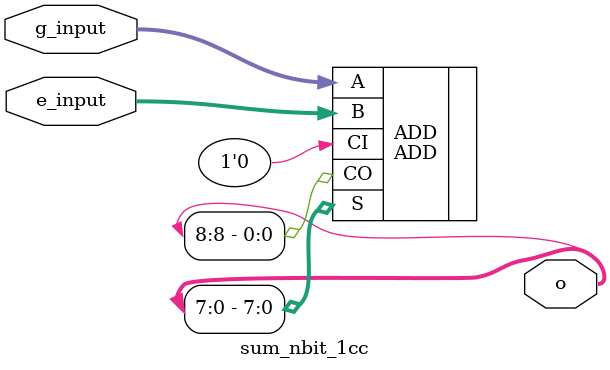
<source format=sv>
`timescale 1ns / 1ps

module sum_nbit_1cc #(parameter N = 8)(
	input	[N-1:0]	g_input,
	input	[N-1:0]	e_input,
	output	[N:0] 	o
);	 
	 
	ADD #(.N(N)) ADD(
		.A(g_input),
		.B(e_input),
		.CI(1'b0),
		.S(o[N-1:0]), 
		.CO(o[N])
);

endmodule
</source>
